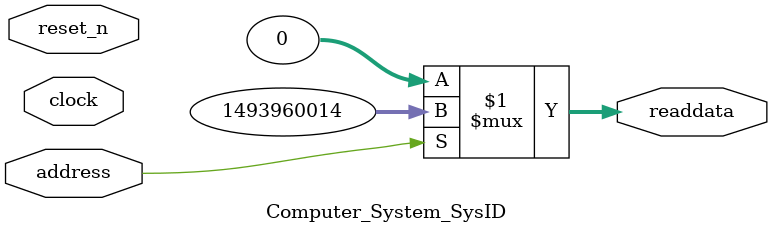
<source format=v>



//Legal Notice: (C)2010 Altera Corporation. All rights reserved.  Your
//use of Altera Corporation's design tools, logic functions and other
//software and tools, and its AMPP partner logic functions, and any
//output files any of the foregoing (including device programming or
//simulation files), and any associated documentation or information are
//expressly subject to the terms and conditions of the Altera Program
//License Subscription Agreement or other applicable license agreement,
//including, without limitation, that your use is for the sole purpose
//of programming logic devices manufactured by Altera and sold by Altera
//or its authorized distributors.  Please refer to the applicable
//agreement for further details.

// synthesis translate_off
`timescale 1ns / 1ps
// synthesis translate_on

// turn off superfluous verilog processor warnings 
// altera message_level Level1 
// altera message_off 10034 10035 10036 10037 10230 10240 10030 

module Computer_System_SysID (
               // inputs:
                address,
                clock,
                reset_n,

               // outputs:
                readdata
             )
;

  output  [ 31: 0] readdata;
  input            address;
  input            clock;
  input            reset_n;

  wire    [ 31: 0] readdata;
  //control_slave, which is an e_avalon_slave
  assign readdata = address ? 1493960014 : 0;

endmodule



</source>
